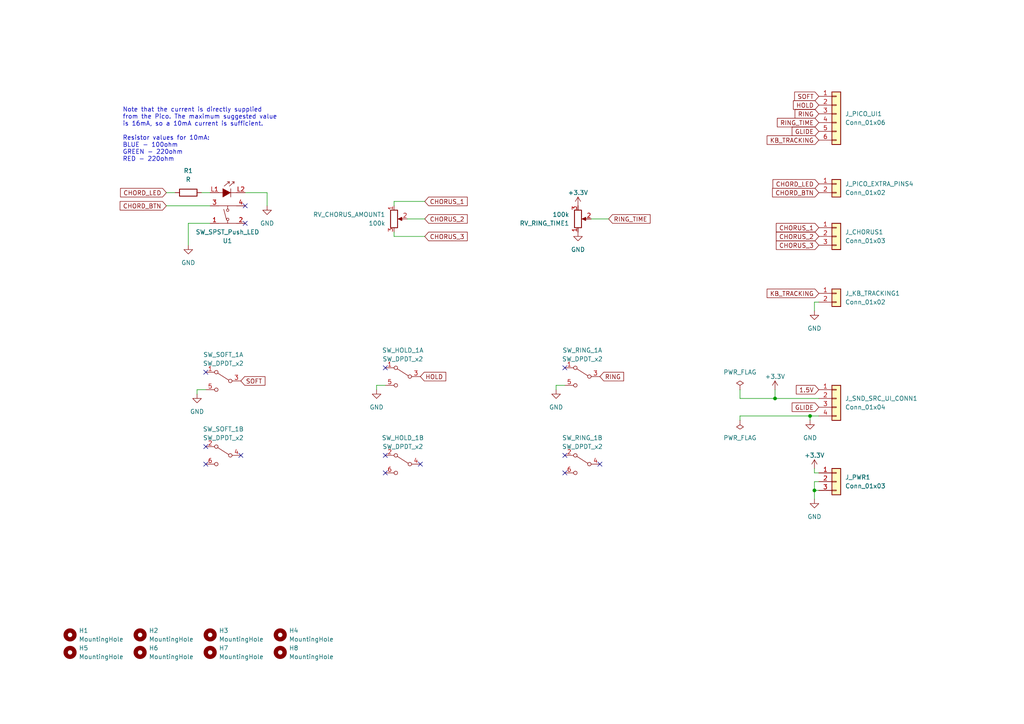
<source format=kicad_sch>
(kicad_sch (version 20230121) (generator eeschema)
  (paper "A4")
  (lib_symbols
    (symbol "Connector_Generic:Conn_01x02" (pin_names (offset 1.016) hide)
      (property "Reference" "J" (at 0 2.54 0))
      (property "Value" "Conn_01x02" (at 0 -5.08 0))
      (symbol "Conn_01x02_1_1"
        (rectangle (start -1.27 -2.413) (end 0 -2.667) (stroke (width 0.1524)))
        (rectangle (start -1.27 0.127) (end 0 -0.127) (stroke (width 0.1524)))
        (rectangle (start -1.27 1.27) (end 1.27 -3.81) (stroke (width 0.254)) (fill (type background)))
        (pin passive line (at -5.08 0 0) (length 3.81) (name "Pin_1") (number "1"))
        (pin passive line (at -5.08 -2.54 0) (length 3.81) (name "Pin_2") (number "2"))
      )
    )
    (symbol "Connector_Generic:Conn_01x03" (pin_names (offset 1.016) hide)
      (property "Reference" "J" (at 0 5.08 0))
      (property "Value" "Conn_01x03" (at 0 -5.08 0))
      (symbol "Conn_01x03_1_1"
        (rectangle (start -1.27 -2.413) (end 0 -2.667) (stroke (width 0.1524)))
        (rectangle (start -1.27 0.127) (end 0 -0.127) (stroke (width 0.1524)))
        (rectangle (start -1.27 2.667) (end 0 2.413) (stroke (width 0.1524)))
        (rectangle (start -1.27 3.81) (end 1.27 -3.81) (stroke (width 0.254)) (fill (type background)))
        (pin passive line (at -5.08 2.54 0) (length 3.81) (name "Pin_1") (number "1"))
        (pin passive line (at -5.08 0 0) (length 3.81) (name "Pin_2") (number "2"))
        (pin passive line (at -5.08 -2.54 0) (length 3.81) (name "Pin_3") (number "3"))
      )
    )
    (symbol "Connector_Generic:Conn_01x04" (pin_names (offset 1.016) hide)
      (property "Reference" "J" (at 0 5.08 0))
      (property "Value" "Conn_01x04" (at 0 -7.62 0))
      (symbol "Conn_01x04_1_1"
        (rectangle (start -1.27 -4.953) (end 0 -5.207) (stroke (width 0.1524)))
        (rectangle (start -1.27 -2.413) (end 0 -2.667) (stroke (width 0.1524)))
        (rectangle (start -1.27 0.127) (end 0 -0.127) (stroke (width 0.1524)))
        (rectangle (start -1.27 2.667) (end 0 2.413) (stroke (width 0.1524)))
        (rectangle (start -1.27 3.81) (end 1.27 -6.35) (stroke (width 0.254)) (fill (type background)))
        (pin passive line (at -5.08 2.54 0) (length 3.81) (name "Pin_1") (number "1"))
        (pin passive line (at -5.08 0 0) (length 3.81) (name "Pin_2") (number "2"))
        (pin passive line (at -5.08 -2.54 0) (length 3.81) (name "Pin_3") (number "3"))
        (pin passive line (at -5.08 -5.08 0) (length 3.81) (name "Pin_4") (number "4"))
      )
    )
    (symbol "Connector_Generic:Conn_01x06" (pin_names (offset 1.016) hide)
      (property "Reference" "J" (at 0 7.62 0))
      (property "Value" "Conn_01x06" (at 0 -10.16 0))
      (symbol "Conn_01x06_1_1"
        (rectangle (start -1.27 -7.493) (end 0 -7.747) (stroke (width 0.1524)))
        (rectangle (start -1.27 -4.953) (end 0 -5.207) (stroke (width 0.1524)))
        (rectangle (start -1.27 -2.413) (end 0 -2.667) (stroke (width 0.1524)))
        (rectangle (start -1.27 0.127) (end 0 -0.127) (stroke (width 0.1524)))
        (rectangle (start -1.27 2.667) (end 0 2.413) (stroke (width 0.1524)))
        (rectangle (start -1.27 5.207) (end 0 4.953) (stroke (width 0.1524)))
        (rectangle (start -1.27 6.35) (end 1.27 -8.89) (stroke (width 0.254)) (fill (type background)))
        (pin passive line (at -5.08 5.08 0) (length 3.81) (name "Pin_1") (number "1"))
        (pin passive line (at -5.08 2.54 0) (length 3.81) (name "Pin_2") (number "2"))
        (pin passive line (at -5.08 0 0) (length 3.81) (name "Pin_3") (number "3"))
        (pin passive line (at -5.08 -2.54 0) (length 3.81) (name "Pin_4") (number "4"))
        (pin passive line (at -5.08 -5.08 0) (length 3.81) (name "Pin_5") (number "5"))
        (pin passive line (at -5.08 -7.62 0) (length 3.81) (name "Pin_6") (number "6"))
      )
    )
    (symbol "Device:R" (pin_numbers hide) (pin_names (offset 0))
      (property "Reference" "R" (at 2.032 0 90))
      (property "Value" "R" (at 0 0 90))
      (symbol "R_0_1"
        (rectangle (start -1.016 -2.54) (end 1.016 2.54) (stroke (width 0.254)))
      )
      (symbol "R_1_1"
        (pin passive line (at 0 3.81 270) (length 1.27) (name "~") (number "1"))
        (pin passive line (at 0 -3.81 90) (length 1.27) (name "~") (number "2"))
      )
    )
    (symbol "Device:R_Potentiometer" (pin_names (offset 1.016) hide)
      (property "Reference" "RV" (at -4.445 0 90))
      (property "Value" "R_Potentiometer" (at -2.54 0 90))
      (symbol "R_Potentiometer_0_1"
        (polyline (pts (xy 2.54 0) (xy 1.524 0)))
        (polyline (pts (xy 1.143 0) (xy 2.286 0.508) (xy 2.286 -0.508) (xy 1.143 0)) (fill (type outline)))
        (rectangle (start 1.016 2.54) (end -1.016 -2.54) (stroke (width 0.254)))
      )
      (symbol "R_Potentiometer_1_1"
        (pin passive line (at 0 3.81 270) (length 1.27) (name "1") (number "1"))
        (pin passive line (at 3.81 0 180) (length 1.27) (name "2") (number "2"))
        (pin passive line (at 0 -3.81 90) (length 1.27) (name "3") (number "3"))
      )
    )
    (symbol "Mechanical:MountingHole" (pin_names (offset 1.016))
      (property "Reference" "H" (at 0 5.08 0))
      (property "Value" "MountingHole" (at 0 3.175 0))
      (symbol "MountingHole_0_1"
        (circle (center 0 0) (radius 1.27) (stroke (width 1.27)))
      )
    )
    (symbol "Shmoergh_Custom_Components:SW_DPDT_x2" (pin_names (offset 0) hide)
      (property "Reference" "SW" (at 0 4.318 0))
      (property "Value" "SW_DPDT_x2" (at 0 -5.08 0))
      (symbol "SW_DPDT_x2_0_0"
        (circle (center -2.032 0) (radius 0.508))
        (circle (center 2.032 -2.54) (radius 0.508))
      )
      (symbol "SW_DPDT_x2_0_1"
        (polyline (pts (xy -1.524 0.254) (xy 1.651 2.286)))
        (circle (center 2.032 2.54) (radius 0.508))
      )
      (symbol "SW_DPDT_x2_1_1"
        (pin passive line (at 5.08 2.54 180) (length 2.54) (name "A") (number "1"))
        (pin passive line (at -5.08 0 0) (length 2.54) (name "B") (number "3"))
        (pin passive line (at 5.08 -2.54 180) (length 2.54) (name "C") (number "5"))
      )
      (symbol "SW_DPDT_x2_2_1"
        (pin passive line (at 5.08 2.54 180) (length 2.54) (name "A") (number "2"))
        (pin passive line (at -5.08 0 0) (length 2.54) (name "B") (number "4"))
        (pin passive line (at 5.08 -2.54 180) (length 2.54) (name "C") (number "6"))
      )
    )
    (symbol "Shmoergh_Custom_Components:SW_SPST_Push_LED" (pin_names (offset 1.016))
      (property "Reference" "U" (at 0 6.35 0))
      (property "Value" "SW_SPST_Push_LED" (at 0.381 8.89 0))
      (symbol "SW_SPST_Push_LED_0_1"
        (rectangle (start -2.54 -2.54) (end 2.54 -2.54))
        (rectangle (start -2.54 2.54) (end 2.54 2.54))
        (rectangle (start 0 -2.54) (end 0 -1.651))
        (circle (center 0 -1.27) (radius 0.3556))
        (polyline (pts (xy -0.381 1.397) (xy -1.143 -1.524)))
        (polyline (pts (xy 0.508 -9.525) (xy 0.381 -8.89)))
        (polyline (pts (xy 0.889 -5.08) (xy 0.889 -7.493)))
        (polyline (pts (xy 1.905 -9.525) (xy 1.778 -8.89)))
        (polyline (pts (xy -1.016 -8.255) (xy 0.508 -9.525) (xy -0.127 -9.525)))
        (polyline (pts (xy 0.508 -8.255) (xy 1.905 -9.525) (xy 1.27 -9.525)))
        (polyline (pts (xy 2.54 -6.35) (xy 0.889 -6.35) (xy -2.667 -6.35)))
        (polyline (pts (xy -1.397 -7.493) (xy -1.397 -5.08) (xy 0.762 -6.35) (xy -1.397 -7.493)) (fill (type outline)))
        (circle (center 0 1.397) (radius 0.3556))
        (rectangle (start 0 2.54) (end 0 1.778))
      )
      (symbol "SW_SPST_Push_LED_1_1"
        (pin input line (at -5.08 2.54 0) (length 2.54) (name "~") (number "1"))
        (pin input line (at 5.08 2.54 180) (length 2.54) (name "~") (number "2"))
        (pin input line (at -5.08 -2.54 0) (length 2.54) (name "~") (number "3"))
        (pin input line (at 5.08 -2.54 180) (length 2.54) (name "~") (number "4"))
        (pin input line (at -5.08 -6.35 0) (length 2.54) (name "~") (number "L1"))
        (pin input line (at 5.08 -6.35 180) (length 2.54) (name "~") (number "L2"))
      )
    )
    (symbol "power:+3.3V" (power) (pin_names (offset 0))
      (property "Value" "+3.3V" (at 0 3.556 0))
      (symbol "+3.3V_0_1"
        (polyline (pts (xy -0.762 1.27) (xy 0 2.54)))
        (polyline (pts (xy 0 0) (xy 0 2.54)))
        (polyline (pts (xy 0 2.54) (xy 0.762 1.27)))
      )
      (symbol "+3.3V_1_1"
        (pin power_in line (at 0 0 90) (length 0) hide (name "+3.3V") (number "1"))
      )
    )
    (symbol "power:GND" (power) (pin_names (offset 0))
      (property "Value" "GND" (at 0 -3.81 0))
      (symbol "GND_0_1"
        (polyline (pts (xy 0 0) (xy 0 -1.27) (xy 1.27 -1.27) (xy 0 -2.54) (xy -1.27 -1.27) (xy 0 -1.27)))
      )
      (symbol "GND_1_1"
        (pin power_in line (at 0 0 270) (length 0) hide (name "GND") (number "1"))
      )
    )
    (symbol "power:PWR_FLAG" (power) (pin_numbers hide) (pin_names (offset 0) hide)
      (property "Value" "PWR_FLAG" (at 0 3.81 0))
      (symbol "PWR_FLAG_0_0"
        (pin power_out line (at 0 0 90) (length 0) (name "pwr") (number "1"))
      )
      (symbol "PWR_FLAG_0_1"
        (polyline (pts (xy 0 0) (xy 0 1.27) (xy -1.016 1.905) (xy 0 2.54) (xy 1.016 1.905) (xy 0 1.27)))
      )
    )
  )
  (junction (at 236.22 142.24))
  (junction (at 234.95 120.65))
  (junction (at 224.79 115.57))
  (no_connect (at 163.83 132.08))
  (no_connect (at 59.69 129.54))
  (no_connect (at 111.76 132.08))
  (no_connect (at 59.69 134.62))
  (no_connect (at 71.12 64.77))
  (no_connect (at 111.76 106.68))
  (no_connect (at 69.85 132.08))
  (no_connect (at 163.83 106.68))
  (no_connect (at 59.69 107.95))
  (no_connect (at 111.76 137.16))
  (no_connect (at 173.99 134.62))
  (no_connect (at 163.83 137.16))
  (no_connect (at 121.92 134.62))
  (no_connect (at 71.12 59.69))
  (wire (pts (xy 123.19 58.42) (xy 114.3 58.42)))
  (wire (pts (xy 161.29 113.03) (xy 161.29 111.76)))
  (wire (pts (xy 176.53 63.5) (xy 171.45 63.5)))
  (wire (pts (xy 123.19 68.58) (xy 114.3 68.58)))
  (wire (pts (xy 58.42 55.88) (xy 60.96 55.88)))
  (wire (pts (xy 77.47 59.69) (xy 77.47 55.88)))
  (wire (pts (xy 234.95 120.65) (xy 237.49 120.65)))
  (wire (pts (xy 114.3 68.58) (xy 114.3 67.31)))
  (wire (pts (xy 214.63 113.03) (xy 214.63 115.57)))
  (wire (pts (xy 57.15 113.03) (xy 59.69 113.03)))
  (wire (pts (xy 234.95 121.92) (xy 234.95 120.65)))
  (wire (pts (xy 48.26 55.88) (xy 50.8 55.88)))
  (wire (pts (xy 109.22 113.03) (xy 109.22 111.76)))
  (wire (pts (xy 236.22 144.78) (xy 236.22 142.24)))
  (wire (pts (xy 236.22 142.24) (xy 237.49 142.24)))
  (wire (pts (xy 109.22 111.76) (xy 111.76 111.76)))
  (wire (pts (xy 77.47 55.88) (xy 71.12 55.88)))
  (wire (pts (xy 214.63 115.57) (xy 224.79 115.57)))
  (wire (pts (xy 48.26 59.69) (xy 60.96 59.69)))
  (wire (pts (xy 224.79 113.03) (xy 224.79 115.57)))
  (wire (pts (xy 54.61 64.77) (xy 60.96 64.77)))
  (wire (pts (xy 236.22 139.7) (xy 237.49 139.7)))
  (wire (pts (xy 224.79 115.57) (xy 237.49 115.57)))
  (wire (pts (xy 57.15 114.3) (xy 57.15 113.03)))
  (wire (pts (xy 54.61 64.77) (xy 54.61 71.12)))
  (wire (pts (xy 214.63 121.92) (xy 214.63 120.65)))
  (wire (pts (xy 236.22 87.63) (xy 237.49 87.63)))
  (wire (pts (xy 123.19 63.5) (xy 118.11 63.5)))
  (wire (pts (xy 236.22 90.17) (xy 236.22 87.63)))
  (wire (pts (xy 161.29 111.76) (xy 163.83 111.76)))
  (wire (pts (xy 236.22 142.24) (xy 236.22 139.7)))
  (wire (pts (xy 214.63 120.65) (xy 234.95 120.65)))
  (wire (pts (xy 236.22 137.16) (xy 237.49 137.16)))
  (wire (pts (xy 114.3 58.42) (xy 114.3 59.69)))
  (wire (pts (xy 236.22 135.89) (xy 236.22 137.16)))
  (text "Note that the current is directly supplied\nfrom the Pico. The maximum suggested value\nis 16mA, so a 10mA current is sufficient.\n\nResistor values for 10mA:\nBLUE - 100ohm\nGREEN - 220ohm\nRED - 220ohm" (at 35.56 46.99 0) (effects (font (size 1.27 1.27)) (justify left bottom)))
  (global_label "CHORUS_1" (shape input) (at 237.49 66.04 180) (property "Intersheetrefs" "${INTERSHEET_REFS}" (effects hide)))
  (global_label "GLIDE" (shape input) (at 237.49 38.1 180) (property "Intersheetrefs" "${INTERSHEET_REFS}" (effects hide)))
  (global_label "CHORD_BTN" (shape input) (at 48.26 59.69 180) (property "Intersheetrefs" "${INTERSHEET_REFS}" (effects hide)))
  (global_label "1.5V" (shape input) (at 237.49 113.03 180) (property "Intersheetrefs" "${INTERSHEET_REFS}" (effects hide)))
  (global_label "CHORUS_3" (shape input) (at 237.49 71.12 180) (property "Intersheetrefs" "${INTERSHEET_REFS}" (effects hide)))
  (global_label "RING" (shape input) (at 173.99 109.22 0) (property "Intersheetrefs" "${INTERSHEET_REFS}" (effects hide)))
  (global_label "HOLD" (shape input) (at 237.49 30.48 180) (property "Intersheetrefs" "${INTERSHEET_REFS}" (effects hide)))
  (global_label "RING_TIME" (shape input) (at 237.49 35.56 180) (property "Intersheetrefs" "${INTERSHEET_REFS}" (effects hide)))
  (global_label "KB_TRACKING" (shape input) (at 237.49 40.64 180) (property "Intersheetrefs" "${INTERSHEET_REFS}" (effects hide)))
  (global_label "CHORUS_2" (shape input) (at 123.19 63.5 0) (property "Intersheetrefs" "${INTERSHEET_REFS}" (effects hide)))
  (global_label "SOFT" (shape input) (at 69.85 110.49 0) (property "Intersheetrefs" "${INTERSHEET_REFS}" (effects hide)))
  (global_label "CHORUS_1" (shape input) (at 123.19 58.42 0) (property "Intersheetrefs" "${INTERSHEET_REFS}" (effects hide)))
  (global_label "CHORD_LED" (shape input) (at 237.49 53.34 180) (property "Intersheetrefs" "${INTERSHEET_REFS}" (effects hide)))
  (global_label "CHORD_BTN" (shape input) (at 237.49 55.88 180) (property "Intersheetrefs" "${INTERSHEET_REFS}" (effects hide)))
  (global_label "RING" (shape input) (at 237.49 33.02 180) (property "Intersheetrefs" "${INTERSHEET_REFS}" (effects hide)))
  (global_label "HOLD" (shape input) (at 121.92 109.22 0) (property "Intersheetrefs" "${INTERSHEET_REFS}" (effects hide)))
  (global_label "CHORD_LED" (shape input) (at 48.26 55.88 180) (property "Intersheetrefs" "${INTERSHEET_REFS}" (effects hide)))
  (global_label "KB_TRACKING" (shape input) (at 237.49 85.09 180) (property "Intersheetrefs" "${INTERSHEET_REFS}" (effects hide)))
  (global_label "RING_TIME" (shape input) (at 176.53 63.5 0) (property "Intersheetrefs" "${INTERSHEET_REFS}" (effects hide)))
  (global_label "SOFT" (shape input) (at 237.49 27.94 180) (property "Intersheetrefs" "${INTERSHEET_REFS}" (effects hide)))
  (global_label "CHORUS_3" (shape input) (at 123.19 68.58 0) (property "Intersheetrefs" "${INTERSHEET_REFS}" (effects hide)))
  (global_label "CHORUS_2" (shape input) (at 237.49 68.58 180) (property "Intersheetrefs" "${INTERSHEET_REFS}" (effects hide)))
  (global_label "GLIDE" (shape input) (at 237.49 118.11 180) (property "Intersheetrefs" "${INTERSHEET_REFS}" (effects hide)))
  (symbol (lib_id "power:GND") (at 57.15 114.3 0) (unit 1)
    (property "Reference" "#PWR05" (effects hide))
    (property "Value" "GND" (at 57.15 119.38 0))
  )
  (symbol (lib_id "Connector_Generic:Conn_01x02") (at 242.57 53.34 0) (unit 1)
    (property "Reference" "J_PICO_EXTRA_PINS4" (at 245.11 53.34 0) (effects (justify left)))
    (property "Value" "Conn_01x02" (at 245.11 55.88 0) (effects (justify left)))
    (property "Footprint" "Shmoergh_Custom_Footprints:NSL25_01x02_Vertical" (effects hide))
  )
  (symbol (lib_id "power:PWR_FLAG") (at 214.63 113.03 0) (unit 1)
    (property "Reference" "#FLG01" (effects hide))
    (property "Value" "PWR_FLAG" (at 214.63 107.95 0))
  )
  (symbol (lib_id "power:GND") (at 77.47 59.69 0) (unit 1)
    (property "Reference" "#PWR08" (effects hide))
    (property "Value" "GND" (at 77.47 64.77 0))
  )
  (symbol (lib_id "Mechanical:MountingHole") (at 60.96 184.15 0) (unit 1)
    (property "Reference" "H3" (at 63.5 182.88 0) (effects (justify left)))
    (property "Value" "MountingHole" (at 63.5 185.42 0) (effects (justify left)))
    (property "Footprint" "MountingHole:MountingHole_4mm" (effects hide))
  )
  (symbol (lib_id "Shmoergh_Custom_Components:SW_DPDT_x2") (at 64.77 110.49 0) (mirror y) (unit 1)
    (property "Reference" "SW_SOFT_1" (at 64.77 102.87 0))
    (property "Value" "SW_DPDT_x2" (at 64.77 105.41 0))
    (property "Footprint" "Shmoergh_Custom_Footprints:DPDT Korg Style Switch" (effects hide))
  )
  (symbol (lib_id "power:GND") (at 236.22 90.17 0) (unit 1)
    (property "Reference" "#PWR04" (effects hide))
    (property "Value" "GND" (at 236.22 95.25 0))
  )
  (symbol (lib_id "power:PWR_FLAG") (at 214.63 121.92 180) (unit 1)
    (property "Reference" "#FLG02" (effects hide))
    (property "Value" "PWR_FLAG" (at 214.63 127 0))
  )
  (symbol (lib_id "Mechanical:MountingHole") (at 60.96 189.23 0) (unit 1)
    (property "Reference" "H7" (at 63.5 187.96 0) (effects (justify left)))
    (property "Value" "MountingHole" (at 63.5 190.5 0) (effects (justify left)))
    (property "Footprint" "MountingHole:MountingHole_4mm" (effects hide))
  )
  (symbol (lib_id "power:+3.3V") (at 224.79 113.03 0) (unit 1)
    (property "Reference" "#PWR02" (effects hide))
    (property "Value" "+3.3V" (at 224.79 109.22 0))
  )
  (symbol (lib_id "Mechanical:MountingHole") (at 40.64 189.23 0) (unit 1)
    (property "Reference" "H6" (at 43.18 187.96 0) (effects (justify left)))
    (property "Value" "MountingHole" (at 43.18 190.5 0) (effects (justify left)))
    (property "Footprint" "MountingHole:MountingHole_4mm" (effects hide))
  )
  (symbol (lib_id "power:+3.3V") (at 167.64 59.69 0) (unit 1)
    (property "Reference" "#PWR020" (effects hide))
    (property "Value" "+3.3V" (at 167.64 55.88 0))
  )
  (symbol (lib_id "Mechanical:MountingHole") (at 20.32 184.15 0) (unit 1)
    (property "Reference" "H1" (at 22.86 182.88 0) (effects (justify left)))
    (property "Value" "MountingHole" (at 22.86 185.42 0) (effects (justify left)))
    (property "Footprint" "MountingHole:MountingHole_4mm" (effects hide))
  )
  (symbol (lib_id "Shmoergh_Custom_Components:SW_DPDT_x2") (at 116.84 109.22 0) (mirror y) (unit 1)
    (property "Reference" "SW_HOLD_1" (at 116.84 101.6 0))
    (property "Value" "SW_DPDT_x2" (at 116.84 104.14 0))
    (property "Footprint" "Shmoergh_Custom_Footprints:DPDT Korg Style Switch" (effects hide))
  )
  (symbol (lib_id "Connector_Generic:Conn_01x03") (at 242.57 139.7 0) (unit 1)
    (property "Reference" "J_PWR1" (at 245.11 138.43 0) (effects (justify left)))
    (property "Value" "Conn_01x03" (at 245.11 140.97 0) (effects (justify left)))
    (property "Footprint" "Shmoergh_Custom_Footprints:NSL25_01x03_Vertical" (effects hide))
  )
  (symbol (lib_id "Mechanical:MountingHole") (at 40.64 184.15 0) (unit 1)
    (property "Reference" "H2" (at 43.18 182.88 0) (effects (justify left)))
    (property "Value" "MountingHole" (at 43.18 185.42 0) (effects (justify left)))
    (property "Footprint" "MountingHole:MountingHole_4mm" (effects hide))
  )
  (symbol (lib_id "power:+3.3V") (at 236.22 135.89 0) (unit 1)
    (property "Reference" "#PWR09" (effects hide))
    (property "Value" "+3.3V" (at 236.22 132.08 0))
  )
  (symbol (lib_id "Connector_Generic:Conn_01x03") (at 242.57 68.58 0) (unit 1)
    (property "Reference" "J_CHORUS1" (at 245.11 67.31 0) (effects (justify left)))
    (property "Value" "Conn_01x03" (at 245.11 69.85 0) (effects (justify left)))
    (property "Footprint" "Shmoergh_Custom_Footprints:NSL25_01x03_Vertical" (effects hide))
  )
  (symbol (lib_id "Device:R") (at 54.61 55.88 90) (unit 1)
    (property "Reference" "R1" (at 54.61 49.53 90))
    (property "Value" "R" (at 54.61 52.07 90))
    (property "Footprint" "Shmoergh_Manual_PCB_k6:R_Axial_DIN0207_L6.3mm_D2.5mm_P7.62mm_Horizontal" (effects hide))
  )
  (symbol (lib_id "Shmoergh_Custom_Components:SW_DPDT_x2") (at 168.91 109.22 0) (mirror y) (unit 1)
    (property "Reference" "SW_RING_1" (at 168.91 101.6 0))
    (property "Value" "SW_DPDT_x2" (at 168.91 104.14 0))
    (property "Footprint" "Shmoergh_Custom_Footprints:DPDT Korg Style Switch" (effects hide))
  )
  (symbol (lib_id "Shmoergh_Custom_Components:SW_DPDT_x2") (at 168.91 134.62 0) (mirror y) (unit 2)
    (property "Reference" "SW_RING_1" (at 168.91 127 0))
    (property "Value" "SW_DPDT_x2" (at 168.91 129.54 0))
    (property "Footprint" "Shmoergh_Custom_Footprints:DPDT Korg Style Switch" (effects hide))
  )
  (symbol (lib_id "Mechanical:MountingHole") (at 20.32 189.23 0) (unit 1)
    (property "Reference" "H5" (at 22.86 187.96 0) (effects (justify left)))
    (property "Value" "MountingHole" (at 22.86 190.5 0) (effects (justify left)))
    (property "Footprint" "MountingHole:MountingHole_4mm" (effects hide))
  )
  (symbol (lib_id "power:GND") (at 167.64 67.31 0) (unit 1)
    (property "Reference" "#PWR021" (effects hide))
    (property "Value" "GND" (at 167.64 72.39 0))
  )
  (symbol (lib_id "power:GND") (at 109.22 113.03 0) (unit 1)
    (property "Reference" "#PWR06" (effects hide))
    (property "Value" "GND" (at 109.22 118.11 0))
  )
  (symbol (lib_id "Connector_Generic:Conn_01x06") (at 242.57 33.02 0) (unit 1)
    (property "Reference" "J_PICO_UI1" (at 245.11 33.02 0) (effects (justify left)))
    (property "Value" "Conn_01x06" (at 245.11 35.56 0) (effects (justify left)))
    (property "Footprint" "Shmoergh_Custom_Footprints:NSL25_01x06_Vertical" (effects hide))
  )
  (symbol (lib_id "Shmoergh_Custom_Components:SW_DPDT_x2") (at 116.84 134.62 0) (mirror y) (unit 2)
    (property "Reference" "SW_HOLD_1" (at 116.84 127 0))
    (property "Value" "SW_DPDT_x2" (at 116.84 129.54 0))
    (property "Footprint" "Shmoergh_Custom_Footprints:DPDT Korg Style Switch" (effects hide))
  )
  (symbol (lib_id "power:GND") (at 236.22 144.78 0) (unit 1)
    (property "Reference" "#PWR010" (effects hide))
    (property "Value" "GND" (at 236.22 149.86 0))
  )
  (symbol (lib_id "Connector_Generic:Conn_01x04") (at 242.57 115.57 0) (unit 1)
    (property "Reference" "J_SND_SRC_UI_CONN1" (at 245.11 115.57 0) (effects (justify left)))
    (property "Value" "Conn_01x04" (at 245.11 118.11 0) (effects (justify left)))
    (property "Footprint" "Shmoergh_Custom_Footprints:NSL25_01x04_Vertical" (effects hide))
  )
  (symbol (lib_id "Connector_Generic:Conn_01x02") (at 242.57 85.09 0) (unit 1)
    (property "Reference" "J_KB_TRACKING1" (at 245.11 85.09 0) (effects (justify left)))
    (property "Value" "Conn_01x02" (at 245.11 87.63 0) (effects (justify left)))
    (property "Footprint" "Shmoergh_Custom_Footprints:NSL25_01x02_Vertical" (effects hide))
  )
  (symbol (lib_id "Shmoergh_Custom_Components:SW_DPDT_x2") (at 64.77 132.08 0) (mirror y) (unit 2)
    (property "Reference" "SW_SOFT_1" (at 64.77 124.46 0))
    (property "Value" "SW_DPDT_x2" (at 64.77 127 0))
    (property "Footprint" "Shmoergh_Custom_Footprints:DPDT Korg Style Switch" (effects hide))
  )
  (symbol (lib_id "power:GND") (at 234.95 121.92 0) (unit 1)
    (property "Reference" "#PWR07" (effects hide))
    (property "Value" "GND" (at 234.95 127 0))
  )
  (symbol (lib_id "Shmoergh_Custom_Components:SW_SPST_Push_LED") (at 66.04 62.23 0) (mirror x) (unit 1)
    (property "Reference" "U1" (at 65.9765 69.85 0))
    (property "Value" "SW_SPST_Push_LED" (at 65.9765 67.31 0))
    (property "Footprint" "Shmoergh_Custom_Footprints:SPST_Circular_Pushbutton_LED" (effects hide))
  )
  (symbol (lib_id "Mechanical:MountingHole") (at 81.28 184.15 0) (unit 1)
    (property "Reference" "H4" (at 83.82 182.88 0) (effects (justify left)))
    (property "Value" "MountingHole" (at 83.82 185.42 0) (effects (justify left)))
    (property "Footprint" "MountingHole:MountingHole_4mm" (effects hide))
  )
  (symbol (lib_id "power:GND") (at 54.61 71.12 0) (unit 1)
    (property "Reference" "#PWR03" (effects hide))
    (property "Value" "GND" (at 54.61 76.2 0))
  )
  (symbol (lib_id "Mechanical:MountingHole") (at 81.28 189.23 0) (unit 1)
    (property "Reference" "H8" (at 83.82 187.96 0) (effects (justify left)))
    (property "Value" "MountingHole" (at 83.82 190.5 0) (effects (justify left)))
    (property "Footprint" "MountingHole:MountingHole_4mm" (effects hide))
  )
  (symbol (lib_id "Device:R_Potentiometer") (at 167.64 63.5 0) (mirror x) (unit 1)
    (property "Reference" "RV_RING_TIME1" (at 165.1 64.77 0) (effects (justify right)))
    (property "Value" "100k" (at 165.1 62.23 0) (effects (justify right)))
    (property "Footprint" "Shmoergh_Custom_Footprints:Potentiometer_Alpha_RD901F-40-00D_Single_Vertical" (effects hide))
  )
  (symbol (lib_id "power:GND") (at 161.29 113.03 0) (unit 1)
    (property "Reference" "#PWR01" (effects hide))
    (property "Value" "GND" (at 161.29 118.11 0))
  )
  (symbol (lib_id "Device:R_Potentiometer") (at 114.3 63.5 0) (unit 1)
    (property "Reference" "RV_CHORUS_AMOUNT1" (at 111.76 62.23 0) (effects (justify right)))
    (property "Value" "100k" (at 111.76 64.77 0) (effects (justify right)))
    (property "Footprint" "Shmoergh_Custom_Footprints:Potentiometer_Alpha_RD901F-40-00D_Single_Vertical" (effects hide))
  )
)
</source>
